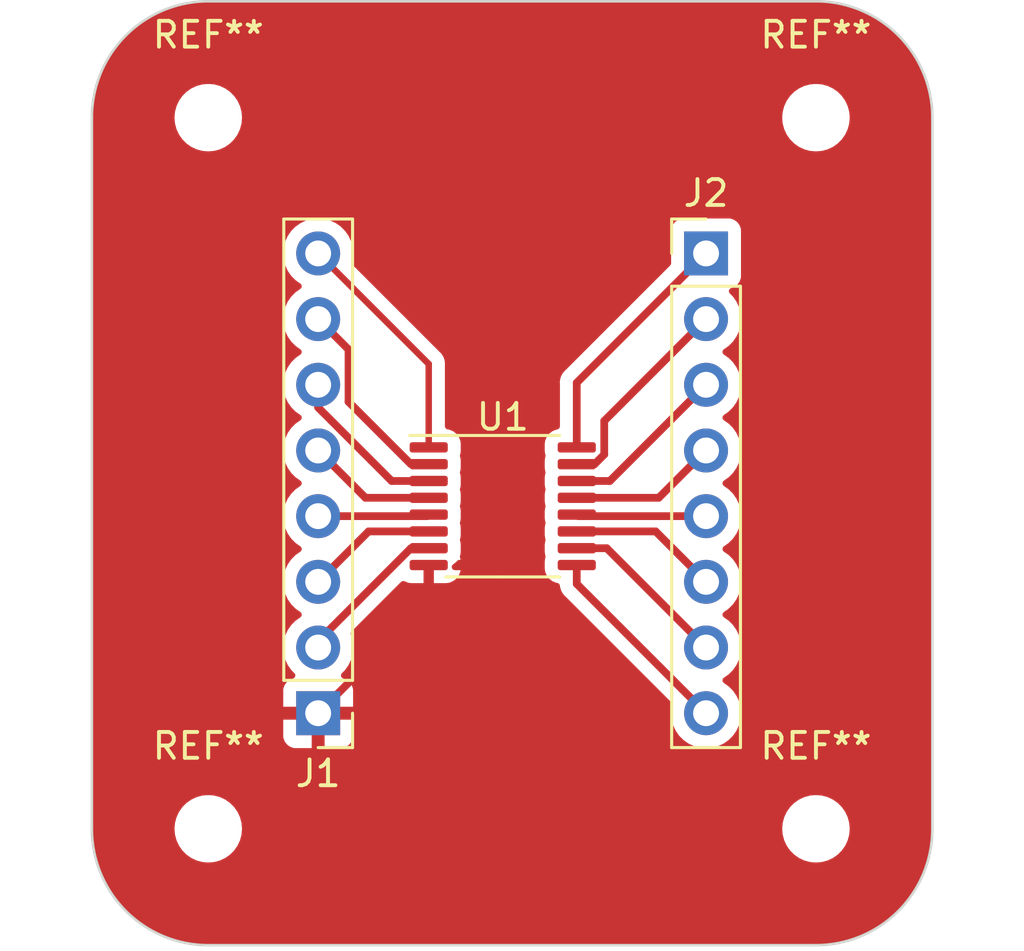
<source format=kicad_pcb>
(kicad_pcb (version 20221018) (generator pcbnew)
  (layers (0 "F.Cu" signal) (31 "B.Cu" signal) (34 "B.Paste" user) (35 "F.Paste" user) (36 "B.SilkS" user "B.Silkscreen") (37 "F.SilkS" user "F.Silkscreen") (38 "B.Mask" user) (39 "F.Mask" user) (44 "Edge.Cuts" user))
  (net 0 "")
  (net 1 "Net-(J1-Pin_2)")
  (net 2 "Net-(J1-Pin_3)")
  (net 3 "Net-(J1-Pin_4)")
  (net 4 "Net-(J1-Pin_5)")
  (net 5 "Net-(J1-Pin_6)")
  (net 6 "Net-(J1-Pin_7)")
  (net 7 "Net-(J1-Pin_8)")
  (net 8 "Net-(J2-Pin_2)")
  (net 9 "Net-(J2-Pin_3)")
  (net 10 "Net-(J2-Pin_4)")
  (net 11 "Net-(J2-Pin_5)")
  (net 12 "Net-(J2-Pin_6)")
  (net 13 "Net-(J2-Pin_7)")
  (net 14 "Net-(J2-Pin_8)")
  (net 15 "GND")
  (net 16 "+5V")
  (footprint "Package_SO:TSSOP-16_4.4x5mm_P0.65mm" (layer "F.Cu") (at 79.6375 39.775)
    (fp_text reference "U1" (at 0 -3.45) (layer "F.SilkS"))
    (fp_text value "~")
    (fp_line (start 0 -2.735) (end -3.6 -2.735) (stroke (width 0.12)) (layer "F.SilkS"))
    (fp_line (start 0 -2.735) (end 2.2 -2.735) (stroke (width 0.12)) (layer "F.SilkS"))
    (fp_line (start 0 2.735) (end -2.2 2.735) (stroke (width 0.12)) (layer "F.SilkS"))
    (fp_line (start 0 2.735) (end 2.2 2.735) (stroke (width 0.12)) (layer "F.SilkS"))
    (pad "1" smd roundrect (at -2.8625 -2.275) (size 1.475 0.4) (layers "F.Cu" "F.Paste" "F.Mask") (net 7 "Net-(J1-Pin_8)"))
    (pad "2" smd roundrect (at -2.8625 -1.625) (size 1.475 0.4) (layers "F.Cu" "F.Paste" "F.Mask") (net 6 "Net-(J1-Pin_7)"))
    (pad "3" smd roundrect (at -2.8625 -0.975) (size 1.475 0.4) (layers "F.Cu" "F.Paste" "F.Mask") (net 5 "Net-(J1-Pin_6)"))
    (pad "4" smd roundrect (at -2.8625 -0.325) (size 1.475 0.4) (layers "F.Cu" "F.Paste" "F.Mask") (net 4 "Net-(J1-Pin_5)"))
    (pad "5" smd roundrect (at -2.8625 0.325) (size 1.475 0.4) (layers "F.Cu" "F.Paste" "F.Mask") (net 3 "Net-(J1-Pin_4)"))
    (pad "6" smd roundrect (at -2.8625 0.975) (size 1.475 0.4) (layers "F.Cu" "F.Paste" "F.Mask") (net 2 "Net-(J1-Pin_3)"))
    (pad "7" smd roundrect (at -2.8625 1.625) (size 1.475 0.4) (layers "F.Cu" "F.Paste" "F.Mask") (net 1 "Net-(J1-Pin_2)"))
    (pad "8" smd roundrect (at -2.8625 2.275) (size 1.475 0.4) (layers "F.Cu" "F.Paste" "F.Mask") (net 15 "GND"))
    (pad "9" smd roundrect (at 2.8625 2.275) (size 1.475 0.4) (layers "F.Cu" "F.Paste" "F.Mask") (net 14 "Net-(J2-Pin_8)"))
    (pad "10" smd roundrect (at 2.8625 1.625) (size 1.475 0.4) (layers "F.Cu" "F.Paste" "F.Mask") (net 13 "Net-(J2-Pin_7)"))
    (pad "11" smd roundrect (at 2.8625 0.975) (size 1.475 0.4) (layers "F.Cu" "F.Paste" "F.Mask") (net 12 "Net-(J2-Pin_6)"))
    (pad "12" smd roundrect (at 2.8625 0.325) (size 1.475 0.4) (layers "F.Cu" "F.Paste" "F.Mask") (net 11 "Net-(J2-Pin_5)"))
    (pad "13" smd roundrect (at 2.8625 -0.325) (size 1.475 0.4) (layers "F.Cu" "F.Paste" "F.Mask") (net 10 "Net-(J2-Pin_4)"))
    (pad "14" smd roundrect (at 2.8625 -0.975) (size 1.475 0.4) (layers "F.Cu" "F.Paste" "F.Mask") (net 9 "Net-(J2-Pin_3)"))
    (pad "15" smd roundrect (at 2.8625 -1.625) (size 1.475 0.4) (layers "F.Cu" "F.Paste" "F.Mask") (net 8 "Net-(J2-Pin_2)"))
    (pad "16" smd roundrect (at 2.8625 -2.275) (size 1.475 0.4) (layers "F.Cu" "F.Paste" "F.Mask") (net 16 "+5V"))
  )
  (footprint "Connector_PinHeader_2.54mm:PinHeader_1x08_P2.54mm_Vertical" (layer "F.Cu") (at 72.5 47.78 180)
    (fp_text reference "J1" (at 0 -2.33) (layer "F.SilkS"))
    (fp_text value "Conn_01x08_Socket")
    (fp_line (start -1.33 -1.33) (end 0 -1.33) (stroke (width 0.12)) (layer "F.SilkS"))
    (fp_line (start -1.33 0) (end -1.33 -1.33) (stroke (width 0.12)) (layer "F.SilkS"))
    (fp_line (start -1.33 1.27) (end -1.33 19.11) (stroke (width 0.12)) (layer "F.SilkS"))
    (fp_line (start -1.33 1.27) (end 1.33 1.27) (stroke (width 0.12)) (layer "F.SilkS"))
    (fp_line (start -1.33 19.11) (end 1.33 19.11) (stroke (width 0.12)) (layer "F.SilkS"))
    (fp_line (start 1.33 1.27) (end 1.33 19.11) (stroke (width 0.12)) (layer "F.SilkS"))
    (pad "1" thru_hole rect (at 0 0 180) (size 1.7 1.7) (drill 1) (layers "*.Cu" "*.Mask") (net 15 "GND"))
    (pad "2" thru_hole oval (at 0 2.54 180) (size 1.7 1.7) (drill 1) (layers "*.Cu" "*.Mask") (net 1 "Net-(J1-Pin_2)"))
    (pad "3" thru_hole oval (at 0 5.08 180) (size 1.7 1.7) (drill 1) (layers "*.Cu" "*.Mask") (net 2 "Net-(J1-Pin_3)"))
    (pad "4" thru_hole oval (at 0 7.62 180) (size 1.7 1.7) (drill 1) (layers "*.Cu" "*.Mask") (net 3 "Net-(J1-Pin_4)"))
    (pad "5" thru_hole oval (at 0 10.16 180) (size 1.7 1.7) (drill 1) (layers "*.Cu" "*.Mask") (net 4 "Net-(J1-Pin_5)"))
    (pad "6" thru_hole oval (at 0 12.7 180) (size 1.7 1.7) (drill 1) (layers "*.Cu" "*.Mask") (net 5 "Net-(J1-Pin_6)"))
    (pad "7" thru_hole oval (at 0 15.24 180) (size 1.7 1.7) (drill 1) (layers "*.Cu" "*.Mask") (net 6 "Net-(J1-Pin_7)"))
    (pad "8" thru_hole oval (at 0 17.78 180) (size 1.7 1.7) (drill 1) (layers "*.Cu" "*.Mask") (net 7 "Net-(J1-Pin_8)"))
  )
  (footprint "MountingHole:MountingHole_2.1mm" (layer "F.Cu") (at 68.25 24.75)
    (fp_text reference "REF**" (at 0 -3.2) (layer "F.SilkS"))
    (fp_text value "MountingHole_2.1mm")
    (pad "" np_thru_hole circle (at 0 0) (size 2.1 2.1) (drill 2.1) (layers "*.Cu" "*.Mask"))
  )
  (footprint "MountingHole:MountingHole_2.1mm" (layer "F.Cu") (at 91.75 24.75)
    (fp_text reference "REF**" (at 0 -3.2) (layer "F.SilkS"))
    (fp_text value "MountingHole_2.1mm")
    (pad "" np_thru_hole circle (at 0 0) (size 2.1 2.1) (drill 2.1) (layers "*.Cu" "*.Mask"))
  )
  (footprint "Connector_PinHeader_2.54mm:PinHeader_1x08_P2.54mm_Vertical" (layer "F.Cu") (at 87.5 30)
    (fp_text reference "J2" (at 0 -2.33) (layer "F.SilkS"))
    (fp_text value "Conn_01x08_Socket")
    (fp_line (start -1.33 -1.33) (end 0 -1.33) (stroke (width 0.12)) (layer "F.SilkS"))
    (fp_line (start -1.33 0) (end -1.33 -1.33) (stroke (width 0.12)) (layer "F.SilkS"))
    (fp_line (start -1.33 1.27) (end -1.33 19.11) (stroke (width 0.12)) (layer "F.SilkS"))
    (fp_line (start -1.33 1.27) (end 1.33 1.27) (stroke (width 0.12)) (layer "F.SilkS"))
    (fp_line (start -1.33 19.11) (end 1.33 19.11) (stroke (width 0.12)) (layer "F.SilkS"))
    (fp_line (start 1.33 1.27) (end 1.33 19.11) (stroke (width 0.12)) (layer "F.SilkS"))
    (pad "1" thru_hole rect (at 0 0) (size 1.7 1.7) (drill 1) (layers "*.Cu" "*.Mask") (net 16 "+5V"))
    (pad "2" thru_hole oval (at 0 2.54) (size 1.7 1.7) (drill 1) (layers "*.Cu" "*.Mask") (net 8 "Net-(J2-Pin_2)"))
    (pad "3" thru_hole oval (at 0 5.08) (size 1.7 1.7) (drill 1) (layers "*.Cu" "*.Mask") (net 9 "Net-(J2-Pin_3)"))
    (pad "4" thru_hole oval (at 0 7.62) (size 1.7 1.7) (drill 1) (layers "*.Cu" "*.Mask") (net 10 "Net-(J2-Pin_4)"))
    (pad "5" thru_hole oval (at 0 10.16) (size 1.7 1.7) (drill 1) (layers "*.Cu" "*.Mask") (net 11 "Net-(J2-Pin_5)"))
    (pad "6" thru_hole oval (at 0 12.7) (size 1.7 1.7) (drill 1) (layers "*.Cu" "*.Mask") (net 12 "Net-(J2-Pin_6)"))
    (pad "7" thru_hole oval (at 0 15.24) (size 1.7 1.7) (drill 1) (layers "*.Cu" "*.Mask") (net 13 "Net-(J2-Pin_7)"))
    (pad "8" thru_hole oval (at 0 17.78) (size 1.7 1.7) (drill 1) (layers "*.Cu" "*.Mask") (net 14 "Net-(J2-Pin_8)"))
  )
  (footprint "MountingHole:MountingHole_2.1mm" (layer "F.Cu") (at 91.75 52.25)
    (fp_text reference "REF**" (at 0 -3.2) (layer "F.SilkS"))
    (fp_text value "MountingHole_2.1mm")
    (pad "" np_thru_hole circle (at 0 0) (size 2.1 2.1) (drill 2.1) (layers "*.Cu" "*.Mask"))
  )
  (footprint "MountingHole:MountingHole_2.1mm" (layer "F.Cu") (at 68.25 52.25)
    (fp_text reference "REF**" (at 0 -3.2) (layer "F.SilkS"))
    (fp_text value "MountingHole_2.1mm")
    (pad "" np_thru_hole circle (at 0 0) (size 2.1 2.1) (drill 2.1) (layers "*.Cu" "*.Mask"))
  )
  (gr_line (start 96.25 24.75) (end 96.25 52.25) (stroke (width 0.1)) (layer "Edge.Cuts"))
  (gr_arc (start 63.75 24.75) (mid 65.068019 21.568019) (end 68.25 20.25) (stroke (width 0.1)) (layer "Edge.Cuts"))
  (gr_line (start 91.75 20.25) (end 68.25 20.25) (stroke (width 0.1)) (layer "Edge.Cuts"))
  (gr_arc (start 96.25 52.25) (mid 94.931981 55.431981) (end 91.75 56.75) (stroke (width 0.1)) (layer "Edge.Cuts"))
  (gr_line (start 63.75 52.25) (end 63.75 24.75) (stroke (width 0.1)) (layer "Edge.Cuts"))
  (gr_line (start 91.75 56.75) (end 68.25 56.75) (stroke (width 0.1)) (layer "Edge.Cuts"))
  (gr_arc (start 91.75 20.25) (mid 94.931981 21.568019) (end 96.25 24.75) (stroke (width 0.1)) (layer "Edge.Cuts"))
  (gr_arc (start 68.25 56.75) (mid 65.068019 55.431981) (end 63.75 52.25) (stroke (width 0.1)) (layer "Edge.Cuts"))
  (segment (start 72.5 44.986459) (end 76.086459 41.4) (width 0.3) (layer "F.Cu") (net 1))
  (segment (start 72.5 45.24) (end 72.5 44.986459) (width 0.3) (layer "F.Cu") (net 1))
  (segment (start 76.086459 41.4) (end 76.775 41.4) (width 0.3) (layer "F.Cu") (net 1))
  (segment (start 74.45 40.75) (end 76.775 40.75) (width 0.3) (layer "F.Cu") (net 2))
  (segment (start 72.5 42.7) (end 74.45 40.75) (width 0.3) (layer "F.Cu") (net 2))
  (segment (start 76.715 40.16) (end 76.775 40.1) (width 0.25) (layer "F.Cu") (net 3))
  (segment (start 72.5 40.16) (end 76.715 40.16) (width 0.3) (layer "F.Cu") (net 3))
  (segment (start 72.5 37.62) (end 74.33 39.45) (width 0.3) (layer "F.Cu") (net 4))
  (segment (start 74.33 39.45) (end 76.775 39.45) (width 0.3) (layer "F.Cu") (net 4))
  (segment (start 75.341701 38.8) (end 76.775 38.8) (width 0.3) (layer "F.Cu") (net 5))
  (segment (start 72.5 35.08) (end 72.5 35.958299) (width 0.3) (layer "F.Cu") (net 5))
  (segment (start 72.5 35.958299) (end 75.341701 38.8) (width 0.3) (layer "F.Cu") (net 5))
  (segment (start 72.5 32.54) (end 73.675 33.715) (width 0.3) (layer "F.Cu") (net 6))
  (segment (start 73.675 33.715) (end 73.675 35.738541) (width 0.3) (layer "F.Cu") (net 6))
  (segment (start 76.086459 38.15) (end 76.775 38.15) (width 0.25) (layer "F.Cu") (net 6))
  (segment (start 73.675 35.738541) (end 76.086459 38.15) (width 0.3) (layer "F.Cu") (net 6))
  (segment (start 76.775 34.275) (end 72.5 30) (width 0.25) (layer "F.Cu") (net 7))
  (segment (start 76.775 34.275) (end 76.775 37.5) (width 0.25) (layer "F.Cu") (net 7))
  (segment (start 83.5625 37.776041) (end 83.5625 36.4775) (width 0.3) (layer "F.Cu") (net 8))
  (segment (start 83.5625 36.4775) (end 87.5 32.54) (width 0.3) (layer "F.Cu") (net 8))
  (segment (start 83.188541 38.15) (end 83.5625 37.776041) (width 0.3) (layer "F.Cu") (net 8))
  (segment (start 82.5 38.15) (end 83.188541 38.15) (width 0.3) (layer "F.Cu") (net 8))
  (segment (start 83.78 38.8) (end 82.5 38.8) (width 0.3) (layer "F.Cu") (net 9))
  (segment (start 87.5 35.08) (end 83.78 38.8) (width 0.3) (layer "F.Cu") (net 9))
  (segment (start 85.67 39.45) (end 82.5 39.45) (width 0.3) (layer "F.Cu") (net 10))
  (segment (start 87.5 37.62) (end 85.67 39.45) (width 0.3) (layer "F.Cu") (net 10))
  (segment (start 82.56 40.16) (end 87.5 40.16) (width 0.3) (layer "F.Cu") (net 11))
  (segment (start 82.5 40.1) (end 82.56 40.16) (width 0.25) (layer "F.Cu") (net 11))
  (segment (start 85.55 40.75) (end 87.5 42.7) (width 0.3) (layer "F.Cu") (net 12))
  (segment (start 82.5 40.75) (end 85.55 40.75) (width 0.3) (layer "F.Cu") (net 12))
  (segment (start 82.5 41.4) (end 83.66 41.4) (width 0.3) (layer "F.Cu") (net 13))
  (segment (start 83.66 41.4) (end 87.5 45.24) (width 0.3) (layer "F.Cu") (net 13))
  (segment (start 82.5 42.05) (end 82.5 42.78) (width 0.3) (layer "F.Cu") (net 14))
  (segment (start 82.5 42.78) (end 87.5 47.78) (width 0.3) (layer "F.Cu") (net 14))
  (segment (start 72.5 47.78) (end 76.775 43.505) (width 0.3) (layer "F.Cu") (net 15))
  (segment (start 76.775 43.505) (end 76.775 42.05) (width 0.3) (layer "F.Cu") (net 15))
  (segment (start 82.5 37.5) (end 82.5 35) (width 0.3) (layer "F.Cu") (net 16))
  (segment (start 82.5 35) (end 87.5 30) (width 0.3) (layer "F.Cu") (net 16))
  (zone (net 15) (net_name "GND") (layer "F.Cu") (connect_pads (clearance 0.5)) (min_thickness 0.25) (fill yes (thermal_gap 0.5) (thermal_bridge_width 0.5))
    (polygon (pts (xy 63.75 20.25) (xy 96.25 20.25) (xy 96.25 57) (xy 63.75 57)))
  )
)
</source>
